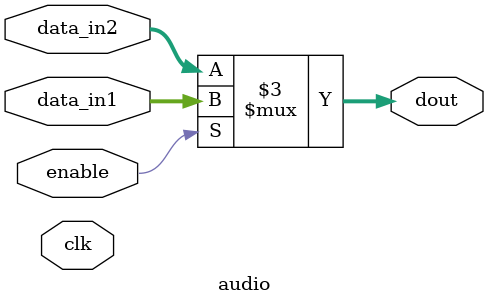
<source format=sv>
module audio ( input logic clk, enable,
			input logic [7:0] data_in1, data_in2,
			output logic[7:0] dout
					);



					
 always_comb
 begin
	if(enable)
		dout = data_in1;
	else
		dout = data_in2;
 end




endmodule

</source>
